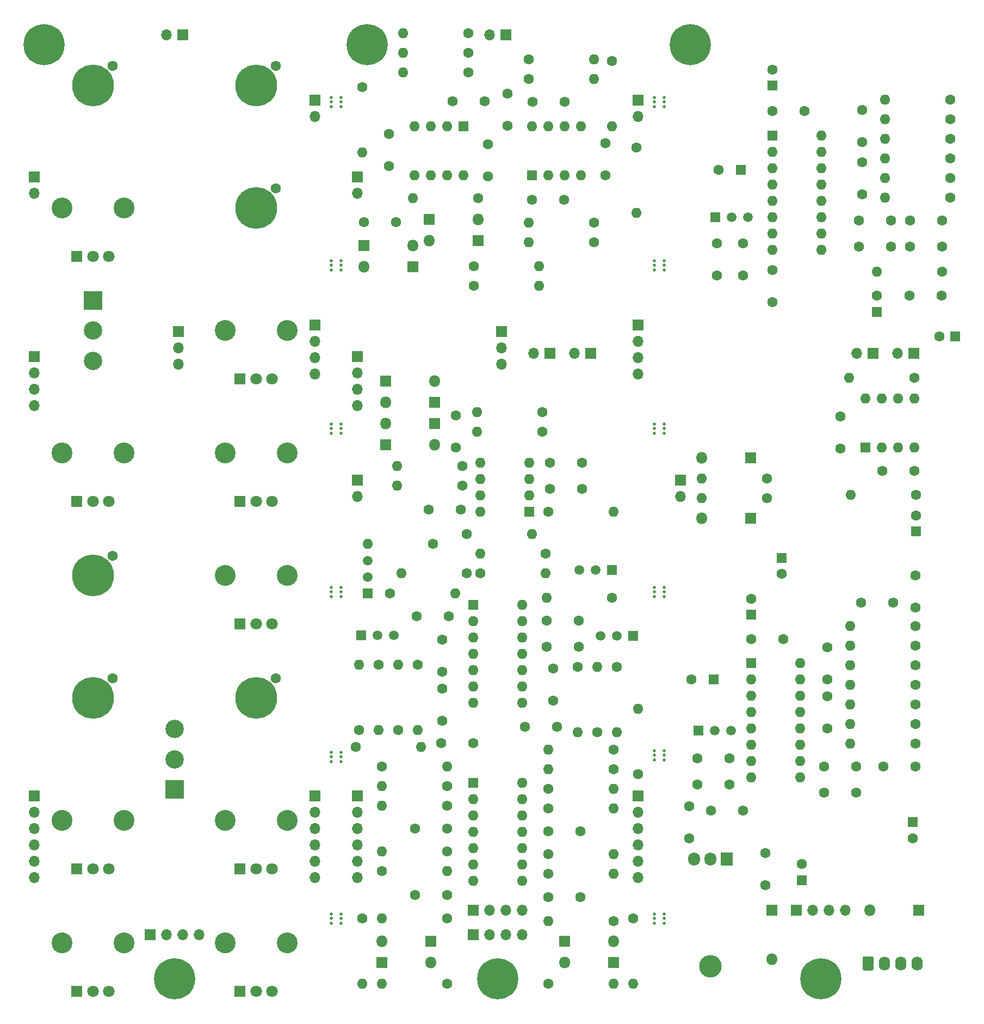
<source format=gts>
%TF.GenerationSoftware,KiCad,Pcbnew,(5.1.8-0-10_14)*%
%TF.CreationDate,2021-12-18T09:25:16+00:00*%
%TF.ProjectId,dual-digi-delay,6475616c-2d64-4696-9769-2d64656c6179,r02*%
%TF.SameCoordinates,Original*%
%TF.FileFunction,Soldermask,Top*%
%TF.FilePolarity,Negative*%
%FSLAX46Y46*%
G04 Gerber Fmt 4.6, Leading zero omitted, Abs format (unit mm)*
G04 Created by KiCad (PCBNEW (5.1.8-0-10_14)) date 2021-12-18 09:25:16*
%MOMM*%
%LPD*%
G01*
G04 APERTURE LIST*
%ADD10O,1.700000X1.700000*%
%ADD11R,1.700000X1.700000*%
%ADD12C,1.600000*%
%ADD13R,1.600000X1.600000*%
%ADD14O,1.905000X2.000000*%
%ADD15R,1.905000X2.000000*%
%ADD16O,3.500000X3.500000*%
%ADD17R,1.500000X1.500000*%
%ADD18C,1.500000*%
%ADD19C,0.500000*%
%ADD20O,1.600000X1.600000*%
%ADD21C,6.400000*%
%ADD22O,1.800000X1.800000*%
%ADD23R,1.800000X1.800000*%
%ADD24O,1.740000X2.190000*%
%ADD25C,1.800000*%
%ADD26C,3.240000*%
%ADD27C,2.850000*%
%ADD28R,2.850000X2.850000*%
%ADD29C,6.500000*%
G04 APERTURE END LIST*
D10*
%TO.C,J18*%
X97917000Y-81407000D03*
X97917000Y-78867000D03*
D11*
X97917000Y-76327000D03*
%TD*%
D10*
%TO.C,J17*%
X119126000Y-82931000D03*
X119126000Y-80391000D03*
X119126000Y-77851000D03*
D11*
X119126000Y-75311000D03*
%TD*%
D10*
%TO.C,J6*%
X47625000Y-81407000D03*
X47625000Y-78867000D03*
D11*
X47625000Y-76327000D03*
%TD*%
D10*
%TO.C,J2*%
X68834000Y-82931000D03*
X68834000Y-80391000D03*
X68834000Y-77851000D03*
D11*
X68834000Y-75311000D03*
%TD*%
D12*
%TO.C,C29*%
X141478000Y-114046000D03*
D13*
X141478000Y-111546000D03*
%TD*%
D12*
%TO.C,C23*%
X136779000Y-117896000D03*
D13*
X136779000Y-120396000D03*
%TD*%
D12*
%TO.C,C14*%
X156337000Y-70779000D03*
D13*
X156337000Y-73279000D03*
%TD*%
D12*
%TO.C,C8*%
X140081000Y-35600000D03*
D13*
X140081000Y-38100000D03*
%TD*%
D14*
%TO.C,U7*%
X127889000Y-158369000D03*
X130429000Y-158369000D03*
D15*
X132969000Y-158369000D03*
D16*
X130429000Y-175029000D03*
%TD*%
D17*
%TO.C,Q6*%
X77089000Y-117094000D03*
D18*
X77089000Y-112014000D03*
X77089000Y-114554000D03*
%TD*%
D17*
%TO.C,Q5*%
X115062000Y-113411000D03*
D18*
X109982000Y-113411000D03*
X112522000Y-113411000D03*
%TD*%
D17*
%TO.C,Q4*%
X76073000Y-123571000D03*
D18*
X81153000Y-123571000D03*
X78613000Y-123571000D03*
%TD*%
D17*
%TO.C,Q3*%
X118364000Y-123698000D03*
D18*
X113284000Y-123698000D03*
X115824000Y-123698000D03*
%TD*%
D17*
%TO.C,Q2*%
X128524000Y-138430000D03*
D18*
X133604000Y-138430000D03*
X131064000Y-138430000D03*
%TD*%
D17*
%TO.C,Q1*%
X131191000Y-58547000D03*
D18*
X136271000Y-58547000D03*
X133731000Y-58547000D03*
%TD*%
D19*
%TO.C,H18*%
X123178000Y-141490000D03*
X123178000Y-142990000D03*
X121678000Y-142990000D03*
X121678000Y-141490000D03*
X123178000Y-142240000D03*
X121678000Y-142240000D03*
%TD*%
%TO.C,H17*%
X72886000Y-65290000D03*
X72886000Y-66790000D03*
X71386000Y-66790000D03*
X71386000Y-65290000D03*
X72886000Y-66040000D03*
X71386000Y-66040000D03*
%TD*%
%TO.C,H16*%
X123178000Y-65290000D03*
X123178000Y-66790000D03*
X121678000Y-66790000D03*
X121678000Y-65290000D03*
X123178000Y-66040000D03*
X121678000Y-66040000D03*
%TD*%
%TO.C,H15*%
X123178000Y-166890000D03*
X123178000Y-168390000D03*
X121678000Y-168390000D03*
X121678000Y-166890000D03*
X123178000Y-167640000D03*
X121678000Y-167640000D03*
%TD*%
%TO.C,H14*%
X72886000Y-116090000D03*
X72886000Y-117590000D03*
X71386000Y-117590000D03*
X71386000Y-116090000D03*
X72886000Y-116840000D03*
X71386000Y-116840000D03*
%TD*%
%TO.C,H13*%
X72886000Y-39890000D03*
X72886000Y-41390000D03*
X71386000Y-41390000D03*
X71386000Y-39890000D03*
X72886000Y-40640000D03*
X71386000Y-40640000D03*
%TD*%
%TO.C,H12*%
X123178000Y-39890000D03*
X123178000Y-41390000D03*
X121678000Y-41390000D03*
X121678000Y-39890000D03*
X123178000Y-40640000D03*
X121678000Y-40640000D03*
%TD*%
%TO.C,H11*%
X72886000Y-90690000D03*
X72886000Y-92190000D03*
X71386000Y-92190000D03*
X71386000Y-90690000D03*
X72886000Y-91440000D03*
X71386000Y-91440000D03*
%TD*%
%TO.C,H10*%
X72886000Y-141744000D03*
X72886000Y-143244000D03*
X71386000Y-143244000D03*
X71386000Y-141744000D03*
X72886000Y-142494000D03*
X71386000Y-142494000D03*
%TD*%
%TO.C,H9*%
X123178000Y-116090000D03*
X123178000Y-117590000D03*
X121678000Y-117590000D03*
X121678000Y-116090000D03*
X123178000Y-116840000D03*
X121678000Y-116840000D03*
%TD*%
%TO.C,H8*%
X123178000Y-90690000D03*
X123178000Y-92190000D03*
X121678000Y-92190000D03*
X121678000Y-90690000D03*
X123178000Y-91440000D03*
X121678000Y-91440000D03*
%TD*%
%TO.C,H7*%
X72886000Y-166890000D03*
X72886000Y-168390000D03*
X71386000Y-168390000D03*
X71386000Y-166890000D03*
X72886000Y-167640000D03*
X71386000Y-167640000D03*
%TD*%
D20*
%TO.C,U9*%
X154559000Y-86741000D03*
X162179000Y-94361000D03*
X157099000Y-86741000D03*
X159639000Y-94361000D03*
X159639000Y-86741000D03*
X157099000Y-94361000D03*
X162179000Y-86741000D03*
D13*
X154559000Y-94361000D03*
%TD*%
D20*
%TO.C,R61*%
X152273000Y-101727000D03*
D12*
X162433000Y-101727000D03*
%TD*%
D20*
%TO.C,R60*%
X152019000Y-83566000D03*
D12*
X162179000Y-83566000D03*
%TD*%
%TO.C,C61*%
X157179000Y-98044000D03*
X162179000Y-98044000D03*
%TD*%
%TO.C,C60*%
X150622000Y-89535000D03*
X150622000Y-94535000D03*
%TD*%
%TO.C,C59*%
X81454000Y-59309000D03*
X76454000Y-59309000D03*
%TD*%
%TO.C,C58*%
X105410000Y-100838000D03*
X110410000Y-100838000D03*
%TD*%
%TO.C,C57*%
X90805000Y-94361000D03*
X90805000Y-89361000D03*
%TD*%
D21*
%TO.C,H6*%
X147574000Y-177038000D03*
%TD*%
%TO.C,H5*%
X127254000Y-31750000D03*
%TD*%
%TO.C,H4*%
X97282000Y-177038000D03*
%TD*%
%TO.C,H3*%
X76962000Y-31750000D03*
%TD*%
%TO.C,H2*%
X46990000Y-177038000D03*
%TD*%
%TO.C,H1*%
X26670000Y-31750000D03*
%TD*%
D10*
%TO.C,J39*%
X119126000Y-161290000D03*
X119126000Y-158750000D03*
X119126000Y-156210000D03*
X119126000Y-153670000D03*
X119126000Y-151130000D03*
D11*
X119126000Y-148590000D03*
%TD*%
D10*
%TO.C,J38*%
X68834000Y-161290000D03*
X68834000Y-158750000D03*
X68834000Y-156210000D03*
X68834000Y-153670000D03*
X68834000Y-151130000D03*
D11*
X68834000Y-148590000D03*
%TD*%
D10*
%TO.C,J12*%
X75438000Y-161290000D03*
X75438000Y-158750000D03*
X75438000Y-156210000D03*
X75438000Y-153670000D03*
X75438000Y-151130000D03*
D11*
X75438000Y-148590000D03*
%TD*%
D10*
%TO.C,J11*%
X25146000Y-161290000D03*
X25146000Y-158750000D03*
X25146000Y-156210000D03*
X25146000Y-153670000D03*
X25146000Y-151130000D03*
D11*
X25146000Y-148590000D03*
%TD*%
D20*
%TO.C,U6*%
X101092000Y-146558000D03*
X93472000Y-161798000D03*
X101092000Y-149098000D03*
X93472000Y-159258000D03*
X101092000Y-151638000D03*
X93472000Y-156718000D03*
X101092000Y-154178000D03*
X93472000Y-154178000D03*
X101092000Y-156718000D03*
X93472000Y-151638000D03*
X101092000Y-159258000D03*
X93472000Y-149098000D03*
X101092000Y-161798000D03*
D13*
X93472000Y-146558000D03*
%TD*%
D20*
%TO.C,R69*%
X79248000Y-150114000D03*
D12*
X89408000Y-150114000D03*
%TD*%
D20*
%TO.C,R68*%
X115316000Y-150495000D03*
D12*
X105156000Y-150495000D03*
%TD*%
D20*
%TO.C,R67*%
X115316000Y-177800000D03*
D12*
X105156000Y-177800000D03*
%TD*%
D20*
%TO.C,R66*%
X118364000Y-177800000D03*
D12*
X118364000Y-167640000D03*
%TD*%
D20*
%TO.C,R65*%
X79248000Y-177800000D03*
D12*
X89408000Y-177800000D03*
%TD*%
D20*
%TO.C,R64*%
X76200000Y-177800000D03*
D12*
X76200000Y-167640000D03*
%TD*%
D22*
%TO.C,D16*%
X107696000Y-174498000D03*
D23*
X115316000Y-174498000D03*
%TD*%
D22*
%TO.C,D15*%
X115316000Y-171196000D03*
D23*
X107696000Y-171196000D03*
%TD*%
D22*
%TO.C,D14*%
X86868000Y-174498000D03*
D23*
X79248000Y-174498000D03*
%TD*%
D22*
%TO.C,D13*%
X79248000Y-171196000D03*
D23*
X86868000Y-171196000D03*
%TD*%
D12*
%TO.C,C56*%
X105156000Y-164338000D03*
X110156000Y-164338000D03*
%TD*%
D11*
%TO.C,J33*%
X162052000Y-79756000D03*
D10*
X159512000Y-79756000D03*
%TD*%
%TO.C,J32*%
X153162000Y-79756000D03*
D11*
X155702000Y-79756000D03*
%TD*%
D10*
%TO.C,J13*%
X102870000Y-79756000D03*
D11*
X105410000Y-79756000D03*
%TD*%
D10*
%TO.C,J8*%
X109220000Y-79756000D03*
D11*
X111760000Y-79756000D03*
%TD*%
D20*
%TO.C,U8*%
X102616000Y-44450000D03*
X110236000Y-52070000D03*
X105156000Y-44450000D03*
X107696000Y-52070000D03*
X107696000Y-44450000D03*
X105156000Y-52070000D03*
X110236000Y-44450000D03*
D13*
X102616000Y-52070000D03*
%TD*%
D12*
%TO.C,C20*%
X166029000Y-77089000D03*
D13*
X168529000Y-77089000D03*
%TD*%
D20*
%TO.C,R63*%
X118872000Y-57912000D03*
D12*
X118872000Y-47752000D03*
%TD*%
D20*
%TO.C,R62*%
X115062000Y-44450000D03*
D12*
X115062000Y-34290000D03*
%TD*%
D11*
%TO.C,J31*%
X75438000Y-52324000D03*
D10*
X75438000Y-54864000D03*
%TD*%
%TO.C,J24*%
X96012000Y-30226000D03*
D11*
X98552000Y-30226000D03*
%TD*%
%TO.C,J16*%
X25146000Y-52324000D03*
D10*
X25146000Y-54864000D03*
%TD*%
%TO.C,J4*%
X45720000Y-30226000D03*
D11*
X48260000Y-30226000D03*
%TD*%
D10*
%TO.C,J23*%
X119126000Y-42926000D03*
D11*
X119126000Y-40386000D03*
%TD*%
D10*
%TO.C,J5*%
X68834000Y-42926000D03*
D11*
X68834000Y-40386000D03*
%TD*%
D24*
%TO.C,J15*%
X162560000Y-174625000D03*
X160020000Y-174625000D03*
X157480000Y-174625000D03*
G36*
G01*
X154070000Y-175470001D02*
X154070000Y-173779999D01*
G75*
G02*
X154319999Y-173530000I249999J0D01*
G01*
X155560001Y-173530000D01*
G75*
G02*
X155810000Y-173779999I0J-249999D01*
G01*
X155810000Y-175470001D01*
G75*
G02*
X155560001Y-175720000I-249999J0D01*
G01*
X154319999Y-175720000D01*
G75*
G02*
X154070000Y-175470001I0J249999D01*
G01*
G37*
%TD*%
D10*
%TO.C,J14*%
X151384000Y-166370000D03*
X148844000Y-166370000D03*
X146304000Y-166370000D03*
D11*
X143764000Y-166370000D03*
%TD*%
D10*
%TO.C,J9*%
X101092000Y-166370000D03*
X98552000Y-166370000D03*
X96012000Y-166370000D03*
D11*
X93472000Y-166370000D03*
%TD*%
%TO.C,J7*%
X75438000Y-80264000D03*
D10*
X75438000Y-82804000D03*
X75438000Y-85344000D03*
X75438000Y-87884000D03*
%TD*%
D11*
%TO.C,J3*%
X25146000Y-80264000D03*
D10*
X25146000Y-82804000D03*
X25146000Y-85344000D03*
X25146000Y-87884000D03*
%TD*%
D11*
%TO.C,J1*%
X43180000Y-170180000D03*
D10*
X45720000Y-170180000D03*
X48260000Y-170180000D03*
X50800000Y-170180000D03*
%TD*%
D20*
%TO.C,U2*%
X94615000Y-104394000D03*
X102235000Y-96774000D03*
X94615000Y-101854000D03*
X102235000Y-99314000D03*
X94615000Y-99314000D03*
X102235000Y-101854000D03*
X94615000Y-96774000D03*
D13*
X102235000Y-104394000D03*
%TD*%
D20*
%TO.C,U1*%
X91948000Y-52070000D03*
X84328000Y-44450000D03*
X89408000Y-52070000D03*
X86868000Y-44450000D03*
X86868000Y-52070000D03*
X89408000Y-44450000D03*
X84328000Y-52070000D03*
D13*
X91948000Y-44450000D03*
%TD*%
D20*
%TO.C,R12*%
X115316000Y-104394000D03*
D12*
X105156000Y-104394000D03*
%TD*%
D20*
%TO.C,R11*%
X94107000Y-91948000D03*
D12*
X104267000Y-91948000D03*
%TD*%
D20*
%TO.C,R10*%
X94107000Y-88900000D03*
D12*
X104267000Y-88900000D03*
%TD*%
D20*
%TO.C,R9*%
X81661000Y-100330000D03*
D12*
X91821000Y-100330000D03*
%TD*%
D20*
%TO.C,R8*%
X81661000Y-97282000D03*
D12*
X91821000Y-97282000D03*
%TD*%
D20*
%TO.C,R7*%
X82550000Y-29972000D03*
D12*
X92710000Y-29972000D03*
%TD*%
D20*
%TO.C,R6*%
X82550000Y-36068000D03*
D12*
X92710000Y-36068000D03*
%TD*%
D20*
%TO.C,R5*%
X82550000Y-33020000D03*
D12*
X92710000Y-33020000D03*
%TD*%
D20*
%TO.C,R4*%
X76200000Y-48514000D03*
D12*
X76200000Y-38354000D03*
%TD*%
D20*
%TO.C,R3*%
X84074000Y-55626000D03*
D12*
X94234000Y-55626000D03*
%TD*%
D20*
%TO.C,R2*%
X103759000Y-66167000D03*
D12*
X93599000Y-66167000D03*
%TD*%
D20*
%TO.C,R1*%
X103759000Y-69215000D03*
D12*
X93599000Y-69215000D03*
%TD*%
D22*
%TO.C,D8*%
X87503000Y-84074000D03*
D23*
X79883000Y-84074000D03*
%TD*%
D22*
%TO.C,D7*%
X79883000Y-90678000D03*
D23*
X87503000Y-90678000D03*
%TD*%
D22*
%TO.C,D6*%
X79883000Y-87376000D03*
D23*
X87503000Y-87376000D03*
%TD*%
D22*
%TO.C,D5*%
X87503000Y-93980000D03*
D23*
X79883000Y-93980000D03*
%TD*%
D22*
%TO.C,D4*%
X94234000Y-58928000D03*
D23*
X86614000Y-58928000D03*
%TD*%
D22*
%TO.C,D3*%
X84074000Y-62992000D03*
D23*
X76454000Y-62992000D03*
%TD*%
D22*
%TO.C,D2*%
X86614000Y-62230000D03*
D23*
X94234000Y-62230000D03*
%TD*%
D22*
%TO.C,D1*%
X76454000Y-66294000D03*
D23*
X84074000Y-66294000D03*
%TD*%
D12*
%TO.C,C5*%
X110410000Y-96774000D03*
X105410000Y-96774000D03*
%TD*%
%TO.C,C4*%
X91567000Y-104013000D03*
X86567000Y-104013000D03*
%TD*%
%TO.C,C3*%
X80391000Y-50593000D03*
X80391000Y-45593000D03*
%TD*%
%TO.C,C2*%
X95758000Y-52244000D03*
X95758000Y-47244000D03*
%TD*%
%TO.C,C1*%
X90250000Y-40513000D03*
X95250000Y-40513000D03*
%TD*%
D10*
%TO.C,J10*%
X125730000Y-101981000D03*
D11*
X125730000Y-99441000D03*
%TD*%
D23*
%TO.C,WET2_LEVEL1*%
X57190001Y-102750000D03*
D25*
X59690001Y-102750000D03*
X62190001Y-102750000D03*
D26*
X64490001Y-95250000D03*
X54890001Y-95250000D03*
%TD*%
D23*
%TO.C,WET1_LEVEL1*%
X57190001Y-83700000D03*
D25*
X59690001Y-83700000D03*
X62190001Y-83700000D03*
D26*
X64490001Y-76200000D03*
X54890001Y-76200000D03*
%TD*%
D27*
%TO.C,SW2*%
X34290000Y-80900000D03*
X34290000Y-76200000D03*
D28*
X34290000Y-71500000D03*
%TD*%
D29*
%TO.C,J30*%
X59690000Y-57150000D03*
D12*
X62738000Y-54102000D03*
%TD*%
D29*
%TO.C,J29*%
X59690001Y-38100000D03*
D12*
X62738001Y-35052000D03*
%TD*%
D29*
%TO.C,J28*%
X34290000Y-38100000D03*
D12*
X37338000Y-35052000D03*
%TD*%
D29*
%TO.C,J27*%
X34290000Y-114300000D03*
D12*
X37338000Y-111252000D03*
%TD*%
D23*
%TO.C,INPUT_GAIN1*%
X31790000Y-102750000D03*
D25*
X34290000Y-102750000D03*
X36790000Y-102750000D03*
D26*
X39090000Y-95250000D03*
X29490000Y-95250000D03*
%TD*%
D23*
%TO.C,FEEDBACK1*%
X31790000Y-64650000D03*
D25*
X34290000Y-64650000D03*
X36790000Y-64650000D03*
D26*
X39090000Y-57150000D03*
X29490000Y-57150000D03*
%TD*%
D23*
%TO.C,DRY_LEVEL1*%
X57190001Y-121800001D03*
D25*
X59690001Y-121800001D03*
X62190001Y-121800001D03*
D26*
X64490001Y-114300001D03*
X54890001Y-114300001D03*
%TD*%
D20*
%TO.C,R59*%
X102108000Y-59436000D03*
D12*
X112268000Y-59436000D03*
%TD*%
D20*
%TO.C,R58*%
X102108000Y-62484000D03*
D12*
X112268000Y-62484000D03*
%TD*%
D20*
%TO.C,R57*%
X112268000Y-37084000D03*
D12*
X102108000Y-37084000D03*
%TD*%
D20*
%TO.C,R56*%
X112268000Y-34036000D03*
D12*
X102108000Y-34036000D03*
%TD*%
%TO.C,C55*%
X107616000Y-55880000D03*
X102616000Y-55880000D03*
%TD*%
%TO.C,C54*%
X114046000Y-52070000D03*
X114046000Y-47070000D03*
%TD*%
%TO.C,C53*%
X98806000Y-44370000D03*
X98806000Y-39370000D03*
%TD*%
%TO.C,C52*%
X107696000Y-40640000D03*
X102696000Y-40640000D03*
%TD*%
D20*
%TO.C,U5*%
X101092000Y-118872000D03*
X93472000Y-134112000D03*
X101092000Y-121412000D03*
X93472000Y-131572000D03*
X101092000Y-123952000D03*
X93472000Y-129032000D03*
X101092000Y-126492000D03*
X93472000Y-126492000D03*
X101092000Y-129032000D03*
X93472000Y-123952000D03*
X101092000Y-131572000D03*
X93472000Y-121412000D03*
X101092000Y-134112000D03*
D13*
X93472000Y-118872000D03*
%TD*%
D28*
%TO.C,SW1*%
X46990001Y-147575000D03*
D27*
X46990001Y-142875000D03*
X46990001Y-138175000D03*
%TD*%
D20*
%TO.C,R55*%
X77089000Y-109347000D03*
D12*
X87249000Y-109347000D03*
%TD*%
D20*
%TO.C,R54*%
X102616000Y-107823000D03*
D12*
X92456000Y-107823000D03*
%TD*%
D20*
%TO.C,R53*%
X90678000Y-117094000D03*
D12*
X80518000Y-117094000D03*
%TD*%
D20*
%TO.C,R52*%
X82296000Y-113919000D03*
D12*
X92456000Y-113919000D03*
%TD*%
D20*
%TO.C,R51*%
X104902000Y-117729000D03*
D12*
X115062000Y-117729000D03*
%TD*%
D20*
%TO.C,R50*%
X104775000Y-113919000D03*
D12*
X94615000Y-113919000D03*
%TD*%
D20*
%TO.C,R49*%
X75692000Y-128143000D03*
D12*
X75692000Y-138303000D03*
%TD*%
D20*
%TO.C,R48*%
X112776000Y-128524000D03*
D12*
X112776000Y-138684000D03*
%TD*%
D20*
%TO.C,R47*%
X78740000Y-138303000D03*
D12*
X78740000Y-128143000D03*
%TD*%
D20*
%TO.C,R46*%
X115824000Y-138684000D03*
D12*
X115824000Y-128524000D03*
%TD*%
%TO.C,R45*%
X84836000Y-128143000D03*
D20*
X84836000Y-138303000D03*
%TD*%
%TO.C,R44*%
X94615000Y-110871000D03*
D12*
X104775000Y-110871000D03*
%TD*%
D20*
%TO.C,R43*%
X105156000Y-144399000D03*
D12*
X115316000Y-144399000D03*
%TD*%
D20*
%TO.C,R42*%
X109728000Y-138684000D03*
D12*
X109728000Y-128524000D03*
%TD*%
D20*
%TO.C,R41*%
X85344000Y-140970000D03*
D12*
X75184000Y-140970000D03*
%TD*%
D20*
%TO.C,R40*%
X105156000Y-141351000D03*
D12*
X115316000Y-141351000D03*
%TD*%
D20*
%TO.C,R39*%
X81788000Y-128143000D03*
D12*
X81788000Y-138303000D03*
%TD*%
%TO.C,R38*%
X105156000Y-157607000D03*
D20*
X115316000Y-157607000D03*
%TD*%
%TO.C,R37*%
X89408000Y-144018000D03*
D12*
X79248000Y-144018000D03*
%TD*%
D20*
%TO.C,R36*%
X115316000Y-147447000D03*
D12*
X105156000Y-147447000D03*
%TD*%
D20*
%TO.C,R35*%
X79248000Y-147066000D03*
D12*
X89408000Y-147066000D03*
%TD*%
D20*
%TO.C,R34*%
X89408000Y-160274000D03*
D12*
X79248000Y-160274000D03*
%TD*%
D20*
%TO.C,R33*%
X115316000Y-160655000D03*
D12*
X105156000Y-160655000D03*
%TD*%
D20*
%TO.C,R32*%
X119126000Y-135001000D03*
D12*
X119126000Y-145161000D03*
%TD*%
D20*
%TO.C,R31*%
X105156000Y-168021000D03*
D12*
X115316000Y-168021000D03*
%TD*%
D20*
%TO.C,R30*%
X79248000Y-167640000D03*
D12*
X89408000Y-167640000D03*
%TD*%
D20*
%TO.C,R29*%
X79248000Y-157226000D03*
D12*
X89408000Y-157226000D03*
%TD*%
D10*
%TO.C,J21*%
X75438000Y-101981000D03*
D11*
X75438000Y-99441000D03*
%TD*%
D10*
%TO.C,J20*%
X101092000Y-170180000D03*
X98552000Y-170180000D03*
X96012000Y-170180000D03*
D11*
X93472000Y-170180000D03*
%TD*%
D29*
%TO.C,J26*%
X34290000Y-133350000D03*
D12*
X37338000Y-130302000D03*
%TD*%
D29*
%TO.C,J25*%
X59690001Y-133350000D03*
D12*
X62738001Y-130302000D03*
%TD*%
D23*
%TO.C,DELAY2_TIME1*%
X57190000Y-178950000D03*
D25*
X59690000Y-178950000D03*
X62190000Y-178950000D03*
D26*
X64490000Y-171450000D03*
X54890000Y-171450000D03*
%TD*%
D23*
%TO.C,DELAY2_CV_ATTV1*%
X57190001Y-159900001D03*
D25*
X59690001Y-159900001D03*
X62190001Y-159900001D03*
D26*
X64490001Y-152400001D03*
X54890001Y-152400001D03*
%TD*%
D23*
%TO.C,DELAY1_TIME1*%
X31790000Y-178950000D03*
D25*
X34290000Y-178950000D03*
X36790000Y-178950000D03*
D26*
X39090000Y-171450000D03*
X29490000Y-171450000D03*
%TD*%
D23*
%TO.C,DELAY1_CV_ATTV1*%
X31790000Y-159900001D03*
D25*
X34290000Y-159900001D03*
X36790000Y-159900001D03*
D26*
X39090000Y-152400001D03*
X29490000Y-152400001D03*
%TD*%
D22*
%TO.C,D12*%
X155194000Y-166370000D03*
D23*
X162814000Y-166370000D03*
%TD*%
D22*
%TO.C,D11*%
X139954000Y-173990000D03*
D23*
X139954000Y-166370000D03*
%TD*%
D12*
%TO.C,C51*%
X127127000Y-155194000D03*
X127127000Y-150194000D03*
%TD*%
%TO.C,C49*%
X138938000Y-162433000D03*
X138938000Y-157433000D03*
%TD*%
%TO.C,C48*%
X161925000Y-155154000D03*
D13*
X161925000Y-152654000D03*
%TD*%
D12*
%TO.C,C47*%
X144653000Y-159171000D03*
D13*
X144653000Y-161671000D03*
%TD*%
D12*
%TO.C,C46*%
X84662000Y-120650000D03*
X89662000Y-120650000D03*
%TD*%
%TO.C,C45*%
X109902000Y-121285000D03*
X104902000Y-121285000D03*
%TD*%
%TO.C,C44*%
X88646000Y-131906000D03*
X88646000Y-136906000D03*
%TD*%
%TO.C,C43*%
X105918000Y-128731000D03*
X105918000Y-133731000D03*
%TD*%
%TO.C,C42*%
X88472000Y-140335000D03*
X93472000Y-140335000D03*
%TD*%
%TO.C,C41*%
X101553000Y-137795000D03*
X106553000Y-137795000D03*
%TD*%
%TO.C,C40*%
X89408000Y-163957000D03*
X84408000Y-163957000D03*
%TD*%
%TO.C,C39*%
X109902000Y-125349000D03*
X104902000Y-125349000D03*
%TD*%
%TO.C,C38*%
X88646000Y-124286000D03*
X88646000Y-129286000D03*
%TD*%
%TO.C,C37*%
X110156000Y-154051000D03*
X105156000Y-154051000D03*
%TD*%
%TO.C,C36*%
X89408000Y-153670000D03*
X84408000Y-153670000D03*
%TD*%
D13*
%TO.C,U4*%
X136779000Y-127889000D03*
D20*
X144399000Y-145669000D03*
X136779000Y-130429000D03*
X144399000Y-143129000D03*
X136779000Y-132969000D03*
X144399000Y-140589000D03*
X136779000Y-135509000D03*
X144399000Y-138049000D03*
X136779000Y-138049000D03*
X144399000Y-135509000D03*
X136779000Y-140589000D03*
X144399000Y-132969000D03*
X136779000Y-143129000D03*
X144399000Y-130429000D03*
X136779000Y-145669000D03*
X144399000Y-127889000D03*
%TD*%
D13*
%TO.C,U3*%
X140081000Y-45847000D03*
D20*
X147701000Y-63627000D03*
X140081000Y-48387000D03*
X147701000Y-61087000D03*
X140081000Y-50927000D03*
X147701000Y-58547000D03*
X140081000Y-53467000D03*
X147701000Y-56007000D03*
X140081000Y-56007000D03*
X147701000Y-53467000D03*
X140081000Y-58547000D03*
X147701000Y-50927000D03*
X140081000Y-61087000D03*
X147701000Y-48387000D03*
X140081000Y-63627000D03*
X147701000Y-45847000D03*
%TD*%
%TO.C,R28*%
X152146000Y-131318000D03*
D12*
X162306000Y-131318000D03*
%TD*%
D20*
%TO.C,R27*%
X152146000Y-134366000D03*
D12*
X162306000Y-134366000D03*
%TD*%
D20*
%TO.C,R26*%
X152146000Y-137414000D03*
D12*
X162306000Y-137414000D03*
%TD*%
D20*
%TO.C,R25*%
X152146000Y-140462000D03*
D12*
X162306000Y-140462000D03*
%TD*%
D20*
%TO.C,R24*%
X152146000Y-122174000D03*
D12*
X162306000Y-122174000D03*
%TD*%
D20*
%TO.C,R23*%
X152146000Y-128270000D03*
D12*
X162306000Y-128270000D03*
%TD*%
D20*
%TO.C,R22*%
X152146000Y-125222000D03*
D12*
X162306000Y-125222000D03*
%TD*%
D20*
%TO.C,R21*%
X129032000Y-102235000D03*
D12*
X139192000Y-102235000D03*
%TD*%
D20*
%TO.C,R20*%
X157607000Y-46355000D03*
D12*
X167767000Y-46355000D03*
%TD*%
D20*
%TO.C,R19*%
X157607000Y-49403000D03*
D12*
X167767000Y-49403000D03*
%TD*%
D20*
%TO.C,R18*%
X157607000Y-52451000D03*
D12*
X167767000Y-52451000D03*
%TD*%
D20*
%TO.C,R17*%
X157607000Y-55499000D03*
D12*
X167767000Y-55499000D03*
%TD*%
D20*
%TO.C,R16*%
X156337000Y-67056000D03*
D12*
X166497000Y-67056000D03*
%TD*%
D20*
%TO.C,R15*%
X157607000Y-43307000D03*
D12*
X167767000Y-43307000D03*
%TD*%
D20*
%TO.C,R14*%
X157607000Y-40259000D03*
D12*
X167767000Y-40259000D03*
%TD*%
D20*
%TO.C,R13*%
X129032000Y-99187000D03*
D12*
X139192000Y-99187000D03*
%TD*%
D22*
%TO.C,D10*%
X129032000Y-105410000D03*
D23*
X136652000Y-105410000D03*
%TD*%
D22*
%TO.C,D9*%
X129032000Y-96012000D03*
D23*
X136652000Y-96012000D03*
%TD*%
D12*
%TO.C,C35*%
X162433000Y-104942000D03*
D13*
X162433000Y-107442000D03*
%TD*%
D12*
%TO.C,C34*%
X158877000Y-118491000D03*
X153877000Y-118491000D03*
%TD*%
%TO.C,C33*%
X162306000Y-144018000D03*
X157306000Y-144018000D03*
%TD*%
%TO.C,C32*%
X162306000Y-119253000D03*
X162306000Y-114253000D03*
%TD*%
%TO.C,C31*%
X148590000Y-138049000D03*
X148590000Y-133049000D03*
%TD*%
%TO.C,C30*%
X153082000Y-144018000D03*
X148082000Y-144018000D03*
%TD*%
%TO.C,C28*%
X148590000Y-125429000D03*
X148590000Y-130429000D03*
%TD*%
%TO.C,C27*%
X153082000Y-148082000D03*
X148082000Y-148082000D03*
%TD*%
%TO.C,C26*%
X135509000Y-150876000D03*
X130509000Y-150876000D03*
%TD*%
%TO.C,C25*%
X127437000Y-130429000D03*
D13*
X130937000Y-130429000D03*
%TD*%
D12*
%TO.C,C24*%
X133350000Y-146812000D03*
X128350000Y-146812000D03*
%TD*%
%TO.C,C22*%
X136779000Y-124206000D03*
X141779000Y-124206000D03*
%TD*%
%TO.C,C21*%
X128350000Y-142748000D03*
X133350000Y-142748000D03*
%TD*%
%TO.C,C19*%
X161370000Y-70739000D03*
X166370000Y-70739000D03*
%TD*%
%TO.C,C18*%
X166497000Y-59055000D03*
X161497000Y-59055000D03*
%TD*%
%TO.C,C17*%
X166497000Y-63119000D03*
X161497000Y-63119000D03*
%TD*%
%TO.C,C16*%
X154051000Y-54991000D03*
X154051000Y-49991000D03*
%TD*%
%TO.C,C15*%
X158543000Y-59055000D03*
X153543000Y-59055000D03*
%TD*%
%TO.C,C13*%
X154051000Y-41863000D03*
X154051000Y-46863000D03*
%TD*%
%TO.C,C12*%
X158543000Y-63119000D03*
X153543000Y-63119000D03*
%TD*%
%TO.C,C11*%
X140081000Y-66802000D03*
X140081000Y-71802000D03*
%TD*%
%TO.C,C10*%
X131628000Y-51181000D03*
D13*
X135128000Y-51181000D03*
%TD*%
D12*
%TO.C,C9*%
X135509000Y-62611000D03*
X135509000Y-67611000D03*
%TD*%
%TO.C,C7*%
X140081000Y-42037000D03*
X145081000Y-42037000D03*
%TD*%
%TO.C,C6*%
X131445000Y-67611000D03*
X131445000Y-62611000D03*
%TD*%
M02*

</source>
